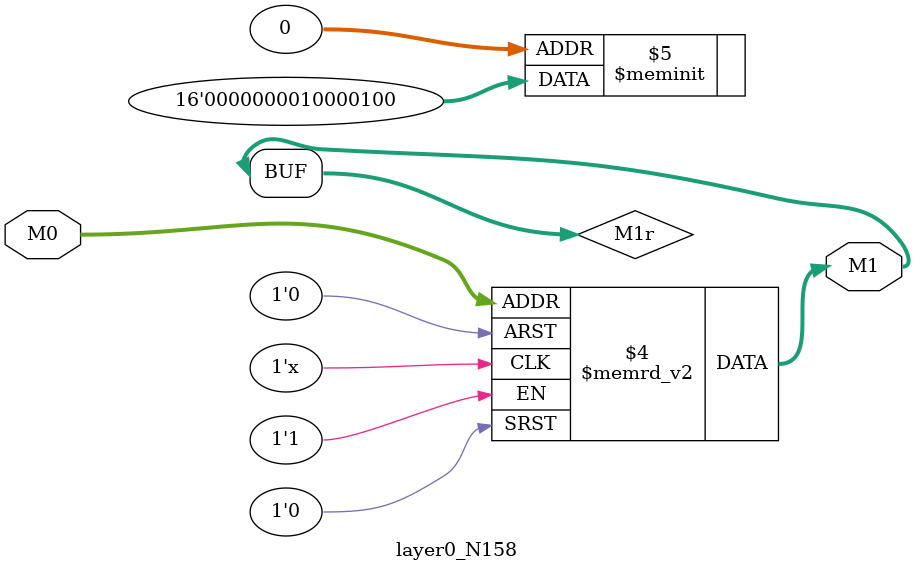
<source format=v>
module layer0_N158 ( input [2:0] M0, output [1:0] M1 );

	(*rom_style = "distributed" *) reg [1:0] M1r;
	assign M1 = M1r;
	always @ (M0) begin
		case (M0)
			3'b000: M1r = 2'b00;
			3'b100: M1r = 2'b00;
			3'b010: M1r = 2'b00;
			3'b110: M1r = 2'b00;
			3'b001: M1r = 2'b01;
			3'b101: M1r = 2'b00;
			3'b011: M1r = 2'b10;
			3'b111: M1r = 2'b00;

		endcase
	end
endmodule

</source>
